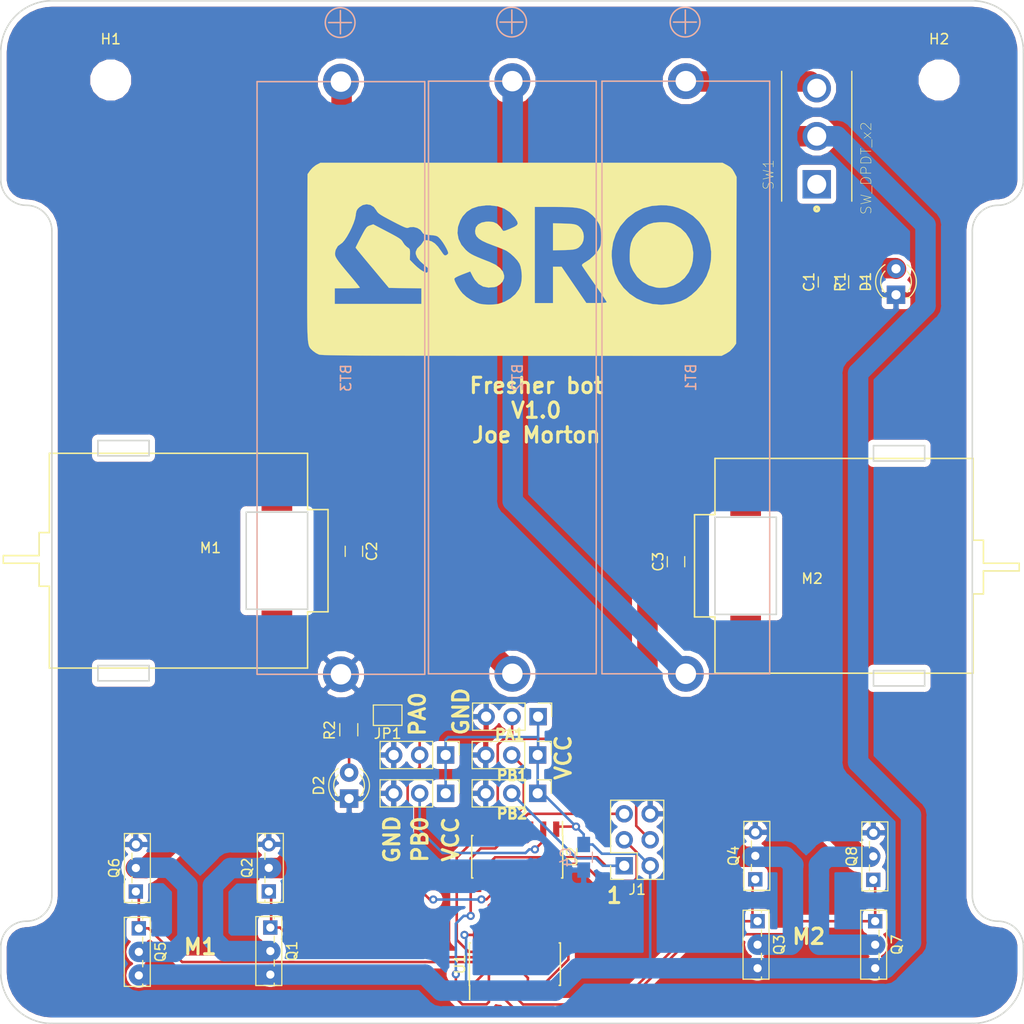
<source format=kicad_pcb>
(kicad_pcb (version 20171130) (host pcbnew "(5.0.2)-1")
  (layers (0 F.Cu signal) (31 B.Cu signal) (34 B.Paste user) (35 F.Paste user) (36 B.SilkS user) (37 F.SilkS user) (38 B.Mask user) (39 F.Mask user) (44 Edge.Cuts user))
  (net 0 "")
  (net 1 VCC)
  (net 2 GND)
  (net 3 "Net-(C2-Pad2)")
  (net 4 "Net-(C2-Pad1)")
  (net 5 "Net-(C3-Pad2)")
  (net 6 "Net-(C3-Pad1)")
  (net 7 "Net-(D1-Pad2)")
  (net 8 RESET)
  (net 9 M2PWM)
  (net 10 M1A)
  (net 11 M1PWM)
  (net 12 PB0)
  (net 13 PB1)
  (net 14 "Net-(Q1-Pad1)")
  (net 15 "Net-(Q3-Pad1)")
  (net 16 "Net-(Q5-Pad1)")
  (net 17 "Net-(Q7-Pad1)")
  (net 18 "Net-(BT1-Pad1)")
  (net 19 M2A)
  (net 20 M1B)
  (net 21 M2B)
  (net 22 "Net-(BT1-Pad2)")
  (net 23 "Net-(BT2-Pad2)")
  (net 24 "Net-(D2-Pad2)")
  (net 25 MOSI)
  (net 26 MISO)
  (net 27 "Net-(JP1-Pad2)")
  (net 28 PA4)
  (module MotorMounts:SMDmotorMount (layer F.Cu) (at 84.836 70)
    (fp_text reference M2 (at 9.5 1.5) (layer F.SilkS))
    (fp_text value Motor_DC)
    (fp_line (start 20.5 12) (end 20.5 10.5) (layer Edge.Cuts) (width 0.15))
    (fp_line (start 15.5 10.5) (end 15.5 12) (layer Edge.Cuts) (width 0.15))
    (fp_line (start 20.5 10.5) (end 15.5 10.5) (layer Edge.Cuts) (width 0.15))
    (fp_line (start 15.5 12) (end 20.5 12) (layer Edge.Cuts) (width 0.15))
    (fp_line (start 15.5 -11.5) (end 15.5 -10) (layer Edge.Cuts) (width 0.15))
    (fp_line (start 20.5 -11.5) (end 15.5 -11.5) (layer Edge.Cuts) (width 0.15))
    (fp_line (start 20.5 -10) (end 20.5 -11.5) (layer Edge.Cuts) (width 0.15))
    (fp_line (start 15.5 -10) (end 20.5 -10) (layer Edge.Cuts) (width 0.15))
    (fp_line (start 6 5) (end 0 5) (layer Edge.Cuts) (width 0.15))
    (fp_line (start 6 -4.5) (end 6 5) (layer Edge.Cuts) (width 0.15))
    (fp_line (start 0 -4.5) (end 6 -4.5) (layer Edge.Cuts) (width 0.15))
    (fp_line (start 0 5) (end 0 -4.5) (layer Edge.Cuts) (width 0.15))
    (pad 2 smd rect (at 3 -7) (size 3 4.75) (layers F.Cu F.Paste F.Mask) (net 5 "Net-(C3-Pad2)"))
    (pad 1 smd rect (at 3 7.5) (size 3 4.75) (layers F.Cu F.Paste F.Mask) (net 6 "Net-(C3-Pad1)"))
  )
  (module Mounting_Holes:MountingHole_3mm (layer F.Cu) (at 106.75 22.75)
    (fp_text reference H2 (at 0 -4) (layer F.SilkS))
    (fp_text value MountingHole)
    (pad 1 np_thru_hole circle (at 0 0) (size 3 3) (drill 3) (layers *.Cu *.Mask))
  )
  (module A101SYCQ04:TE_A101SYCQ04 (layer F.Cu) (at 94.786 28.246 90)
    (fp_text reference SW1 (at -3.75684 -4.71444 90) (layer F.SilkS) (effects (font (size 1.00001 1.00001) (thickness 0.05))))
    (fp_text value SW_DPDT_x2 (at -3.12902 4.83747 90) (layer F.SilkS) (effects (font (size 1.00014 1.00014) (thickness 0.05))))
    (pad 1 thru_hole rect (at -4.699 0 180) (size 2.7813 2.7813) (drill 1.8542) (layers *.Cu *.Mask))
    (pad 2 thru_hole circle (at 0 0 180) (size 2.7813 2.7813) (drill 1.8542) (layers *.Cu *.Mask) (net 1 VCC))
    (pad 3 thru_hole circle (at 4.699 0 180) (size 2.7813 2.7813) (drill 1.8542) (layers *.Cu *.Mask) (net 18 "Net-(BT1-Pad1)"))
  )
  (module Capacitors_SMD:C_0805_HandSoldering (layer F.Cu) (at 95.786 42.496 90)
    (fp_text reference C1 (at 0 -1.75 90) (layer F.SilkS))
    (fp_text value C)
    (pad 1 smd rect (at -1.25 0 90) (size 1.5 1.25) (layers F.Cu F.Paste F.Mask) (net 1 VCC))
    (pad 2 smd rect (at 1.25 0 90) (size 1.5 1.25) (layers F.Cu F.Paste F.Mask) (net 2 GND))
  )
  (module Capacitors_SMD:C_0805_HandSoldering (layer F.Cu) (at 49.53 68.834 270)
    (fp_text reference C2 (at 0 -1.75 270) (layer F.SilkS))
    (fp_text value C)
    (pad 2 smd rect (at 1.25 0 270) (size 1.5 1.25) (layers F.Cu F.Paste F.Mask) (net 3 "Net-(C2-Pad2)"))
    (pad 1 smd rect (at -1.25 0 270) (size 1.5 1.25) (layers F.Cu F.Paste F.Mask) (net 4 "Net-(C2-Pad1)"))
  )
  (module Capacitors_SMD:C_0805_HandSoldering (layer F.Cu) (at 81.026 69.85 90)
    (fp_text reference C3 (at 0 -1.75 90) (layer F.SilkS))
    (fp_text value C)
    (pad 2 smd rect (at 1.25 0 90) (size 1.5 1.25) (layers F.Cu F.Paste F.Mask) (net 5 "Net-(C3-Pad2)"))
    (pad 1 smd rect (at -1.25 0 90) (size 1.5 1.25) (layers F.Cu F.Paste F.Mask) (net 6 "Net-(C3-Pad1)"))
  )
  (module Capacitors_SMD:C_0805_HandSoldering (layer B.Cu) (at 72 98.75 270)
    (fp_text reference C4 (at 0 1.75 270) (layer B.SilkS) (effects (justify mirror)))
    (fp_text value C)
    (pad 1 smd rect (at -1.25 0 270) (size 1.5 1.25) (layers B.Cu B.Paste B.Mask) (net 1 VCC))
    (pad 2 smd rect (at 1.25 0 270) (size 1.5 1.25) (layers B.Cu B.Paste B.Mask) (net 2 GND))
  )
  (module LEDs:LED_D3.0mm (layer F.Cu) (at 102.536 43.746 90)
    (fp_text reference D1 (at 1.27 -2.96 90) (layer F.SilkS))
    (fp_text value LED)
    (pad 2 thru_hole circle (at 2.54 0 90) (size 1.8 1.8) (drill 0.9) (layers *.Cu *.Mask) (net 7 "Net-(D1-Pad2)"))
    (pad 1 thru_hole rect (at 0 0 90) (size 1.8 1.8) (drill 0.9) (layers *.Cu *.Mask) (net 2 GND))
  )
  (module Socket_Strips:Socket_Strip_Straight_2x03_Pitch2.54mm (layer F.Cu) (at 75.96 99.58 180)
    (fp_text reference J1 (at -1.27 -2.33 180) (layer F.SilkS))
    (fp_text value Conn_02x03_Odd_Even)
    (pad 6 thru_hole oval (at -2.54 5.08 180) (size 1.7 1.7) (drill 1) (layers *.Cu *.Mask) (net 2 GND))
    (pad 5 thru_hole oval (at 0 5.08 180) (size 1.7 1.7) (drill 1) (layers *.Cu *.Mask) (net 8 RESET))
    (pad 4 thru_hole oval (at -2.54 2.54 180) (size 1.7 1.7) (drill 1) (layers *.Cu *.Mask) (net 25 MOSI))
    (pad 3 thru_hole oval (at 0 2.54 180) (size 1.7 1.7) (drill 1) (layers *.Cu *.Mask) (net 28 PA4))
    (pad 2 thru_hole oval (at -2.54 0 180) (size 1.7 1.7) (drill 1) (layers *.Cu *.Mask) (net 1 VCC))
    (pad 1 thru_hole rect (at 0 0 180) (size 1.7 1.7) (drill 1) (layers *.Cu *.Mask) (net 26 MISO))
  )
  (module Socket_Strips:Socket_Strip_Straight_1x03_Pitch2.54mm (layer F.Cu) (at 58.5 92.5 270)
    (fp_text reference J2 hide)
    (fp_text value Conn_01x03)
    (pad 1 thru_hole rect (at 0 0 270) (size 1.7 1.7) (drill 1) (layers *.Cu *.Mask) (net 1 VCC))
    (pad 2 thru_hole oval (at 0 2.54 270) (size 1.7 1.7) (drill 1) (layers *.Cu *.Mask) (net 12 PB0))
    (pad 3 thru_hole oval (at 0 5.08 270) (size 1.7 1.7) (drill 1) (layers *.Cu *.Mask) (net 2 GND))
  )
  (module Socket_Strips:Socket_Strip_Straight_1x03_Pitch2.54mm (layer F.Cu) (at 58.5 88.75 270)
    (fp_text reference J3 hide)
    (fp_text value Conn_01x03)
    (pad 3 thru_hole oval (at 0 5.08 270) (size 1.7 1.7) (drill 1) (layers *.Cu *.Mask) (net 2 GND))
    (pad 2 thru_hole oval (at 0 2.54 270) (size 1.7 1.7) (drill 1) (layers *.Cu *.Mask) (net 28 PA4))
    (pad 1 thru_hole rect (at 0 0 270) (size 1.7 1.7) (drill 1) (layers *.Cu *.Mask) (net 1 VCC))
  )
  (module Socket_Strips:Socket_Strip_Straight_1x03_Pitch2.54mm (layer F.Cu) (at 67.54 85 270)
    (fp_text reference J4 hide)
    (fp_text value Conn_01x03)
    (pad 1 thru_hole rect (at 0 0 270) (size 1.7 1.7) (drill 1) (layers *.Cu *.Mask) (net 1 VCC))
    (pad 2 thru_hole oval (at 0 2.54 270) (size 1.7 1.7) (drill 1) (layers *.Cu *.Mask) (net 25 MOSI))
    (pad 3 thru_hole oval (at 0 5.08 270) (size 1.7 1.7) (drill 1) (layers *.Cu *.Mask) (net 2 GND))
  )
  (module Socket_Strips:Socket_Strip_Straight_1x03_Pitch2.54mm (layer F.Cu) (at 67.5 88.75 270)
    (fp_text reference J5 hide)
    (fp_text value Conn_01x03)
    (pad 3 thru_hole oval (at 0 5.08 270) (size 1.7 1.7) (drill 1) (layers *.Cu *.Mask) (net 2 GND))
    (pad 2 thru_hole oval (at 0 2.54 270) (size 1.7 1.7) (drill 1) (layers *.Cu *.Mask) (net 13 PB1))
    (pad 1 thru_hole rect (at 0 0 270) (size 1.7 1.7) (drill 1) (layers *.Cu *.Mask) (net 1 VCC))
  )
  (module Socket_Strips:Socket_Strip_Straight_1x03_Pitch2.54mm (layer F.Cu) (at 67.5 92.5 270)
    (fp_text reference J6 hide)
    (fp_text value Conn_01x03)
    (pad 3 thru_hole oval (at 0 5.08 270) (size 1.7 1.7) (drill 1) (layers *.Cu *.Mask) (net 2 GND))
    (pad 2 thru_hole oval (at 0 2.54 270) (size 1.7 1.7) (drill 1) (layers *.Cu *.Mask) (net 26 MISO))
    (pad 1 thru_hole rect (at 0 0 270) (size 1.7 1.7) (drill 1) (layers *.Cu *.Mask) (net 1 VCC))
  )
  (module Resistors_SMD:R_0805_HandSoldering (layer F.Cu) (at 98.786 42.496 90)
    (fp_text reference R1 (at 0 -1.7 90) (layer F.SilkS))
    (fp_text value R)
    (pad 2 smd rect (at 1.35 0 90) (size 1.5 1.3) (layers F.Cu F.Paste F.Mask) (net 7 "Net-(D1-Pad2)"))
    (pad 1 smd rect (at -1.35 0 90) (size 1.5 1.3) (layers F.Cu F.Paste F.Mask) (net 1 VCC))
  )
  (module Housings_SOIC:SOIC-14_3.9x8.7mm_Pitch1.27mm (layer F.Cu) (at 65.27 109.2 90)
    (fp_text reference U1 (at 0 -5.375 90) (layer F.SilkS))
    (fp_text value 4081)
    (pad 14 smd rect (at 2.7 -3.81 90) (size 1.5 0.6) (layers F.Cu F.Paste F.Mask) (net 1 VCC))
    (pad 13 smd rect (at 2.7 -2.54 90) (size 1.5 0.6) (layers F.Cu F.Paste F.Mask) (net 10 M1A))
    (pad 12 smd rect (at 2.7 -1.27 90) (size 1.5 0.6) (layers F.Cu F.Paste F.Mask) (net 11 M1PWM))
    (pad 11 smd rect (at 2.7 0 90) (size 1.5 0.6) (layers F.Cu F.Paste F.Mask) (net 14 "Net-(Q1-Pad1)"))
    (pad 10 smd rect (at 2.7 1.27 90) (size 1.5 0.6) (layers F.Cu F.Paste F.Mask) (net 16 "Net-(Q5-Pad1)"))
    (pad 9 smd rect (at 2.7 2.54 90) (size 1.5 0.6) (layers F.Cu F.Paste F.Mask) (net 11 M1PWM))
    (pad 8 smd rect (at 2.7 3.81 90) (size 1.5 0.6) (layers F.Cu F.Paste F.Mask) (net 20 M1B))
    (pad 7 smd rect (at -2.7 3.81 90) (size 1.5 0.6) (layers F.Cu F.Paste F.Mask) (net 2 GND))
    (pad 6 smd rect (at -2.7 2.54 90) (size 1.5 0.6) (layers F.Cu F.Paste F.Mask) (net 19 M2A))
    (pad 5 smd rect (at -2.7 1.27 90) (size 1.5 0.6) (layers F.Cu F.Paste F.Mask) (net 9 M2PWM))
    (pad 4 smd rect (at -2.7 0 90) (size 1.5 0.6) (layers F.Cu F.Paste F.Mask) (net 15 "Net-(Q3-Pad1)"))
    (pad 3 smd rect (at -2.7 -1.27 90) (size 1.5 0.6) (layers F.Cu F.Paste F.Mask) (net 17 "Net-(Q7-Pad1)"))
    (pad 2 smd rect (at -2.7 -2.54 90) (size 1.5 0.6) (layers F.Cu F.Paste F.Mask) (net 9 M2PWM))
    (pad 1 smd rect (at -2.7 -3.81 90) (size 1.5 0.6) (layers F.Cu F.Paste F.Mask) (net 21 M2B))
  )
  (module "AA battery holder:AA battery holder" (layer B.Cu) (at 81.985992 51.835 270)
    (fp_text reference BT1 (at 0 -0.5 270) (layer B.SilkS) (effects (justify mirror)))
    (fp_text value Battery_Cell)
    (pad 1 thru_hole circle (at -28.975 0 270) (size 3.5 3.5) (drill 2) (layers *.Cu *.Mask) (net 18 "Net-(BT1-Pad1)"))
    (pad 2 thru_hole circle (at 28.975 0 270) (size 3.5 3.5) (drill 2) (layers *.Cu *.Mask) (net 22 "Net-(BT1-Pad2)"))
  )
  (module "AA battery holder:AA battery holder" (layer B.Cu) (at 65.024 51.835 270)
    (fp_text reference BT2 (at 0 -0.5 270) (layer B.SilkS) (effects (justify mirror)))
    (fp_text value Battery_Cell)
    (pad 2 thru_hole circle (at 28.975 0 270) (size 3.5 3.5) (drill 2) (layers *.Cu *.Mask) (net 23 "Net-(BT2-Pad2)"))
    (pad 1 thru_hole circle (at -28.975 0 270) (size 3.5 3.5) (drill 2) (layers *.Cu *.Mask) (net 22 "Net-(BT1-Pad2)"))
  )
  (module "AA battery holder:AA battery holder" (layer B.Cu) (at 48.26 51.882229 270)
    (fp_text reference BT3 (at 0 -0.5 270) (layer B.SilkS) (effects (justify mirror)))
    (fp_text value Battery_Cell)
    (pad 1 thru_hole circle (at -28.975 0 270) (size 3.5 3.5) (drill 2) (layers *.Cu *.Mask) (net 23 "Net-(BT2-Pad2)"))
    (pad 2 thru_hole circle (at 28.975 0 270) (size 3.5 3.5) (drill 2) (layers *.Cu *.Mask) (net 2 GND))
  )
  (module Housings_SOIC:SOIC-14_3.9x8.7mm_Pitch1.27mm (layer F.Cu) (at 65.5 98.7 270)
    (fp_text reference U2 (at 0 -5.375 270) (layer F.SilkS))
    (fp_text value ATtiny24-20SSU)
    (pad 14 smd rect (at 2.7 -3.81 270) (size 1.5 0.6) (layers F.Cu F.Paste F.Mask) (net 2 GND))
    (pad 13 smd rect (at 2.7 -2.54 270) (size 1.5 0.6) (layers F.Cu F.Paste F.Mask) (net 10 M1A))
    (pad 12 smd rect (at 2.7 -1.27 270) (size 1.5 0.6) (layers F.Cu F.Paste F.Mask) (net 19 M2A))
    (pad 11 smd rect (at 2.7 0 270) (size 1.5 0.6) (layers F.Cu F.Paste F.Mask) (net 21 M2B))
    (pad 10 smd rect (at 2.7 1.27 270) (size 1.5 0.6) (layers F.Cu F.Paste F.Mask) (net 20 M1B))
    (pad 9 smd rect (at 2.7 2.54 270) (size 1.5 0.6) (layers F.Cu F.Paste F.Mask) (net 28 PA4))
    (pad 8 smd rect (at 2.7 3.81 270) (size 1.5 0.6) (layers F.Cu F.Paste F.Mask) (net 26 MISO))
    (pad 7 smd rect (at -2.7 3.81 270) (size 1.5 0.6) (layers F.Cu F.Paste F.Mask) (net 25 MOSI))
    (pad 6 smd rect (at -2.7 2.54 270) (size 1.5 0.6) (layers F.Cu F.Paste F.Mask) (net 11 M1PWM))
    (pad 5 smd rect (at -2.7 1.27 270) (size 1.5 0.6) (layers F.Cu F.Paste F.Mask) (net 9 M2PWM))
    (pad 4 smd rect (at -2.7 0 270) (size 1.5 0.6) (layers F.Cu F.Paste F.Mask) (net 8 RESET))
    (pad 3 smd rect (at -2.7 -1.27 270) (size 1.5 0.6) (layers F.Cu F.Paste F.Mask) (net 13 PB1))
    (pad 2 smd rect (at -2.7 -2.54 270) (size 1.5 0.6) (layers F.Cu F.Paste F.Mask) (net 12 PB0))
    (pad 1 smd rect (at -2.7 -3.81 270) (size 1.5 0.6) (layers F.Cu F.Paste F.Mask) (net 1 VCC))
  )
  (module TO_SOT_Packages_THT:TO-251_IPAK_Vertical (layer F.Cu) (at 41.36 105.62 270)
    (fp_text reference Q1 (at 2.3 -2.12 270) (layer F.SilkS))
    (fp_text value Q_PMOS_GDS)
    (pad 3 thru_hole oval (at 4.6 0 270) (size 1.4 1.4) (drill 0.8) (layers *.Cu *.Mask) (net 1 VCC))
    (pad 2 thru_hole oval (at 2.3 0 270) (size 1.4 1.4) (drill 0.8) (layers *.Cu *.Mask) (net 3 "Net-(C2-Pad2)"))
    (pad 1 thru_hole rect (at 0 0 270) (size 1.4 1.4) (drill 0.8) (layers *.Cu *.Mask) (net 14 "Net-(Q1-Pad1)"))
  )
  (module TO_SOT_Packages_THT:TO-251_IPAK_Vertical (layer F.Cu) (at 41.21 102.09 90)
    (fp_text reference Q2 (at 2.3 -2.12 90) (layer F.SilkS))
    (fp_text value Q_NMOS_GDS)
    (pad 3 thru_hole oval (at 4.6 0 90) (size 1.4 1.4) (drill 0.8) (layers *.Cu *.Mask) (net 2 GND))
    (pad 2 thru_hole oval (at 2.3 0 90) (size 1.4 1.4) (drill 0.8) (layers *.Cu *.Mask) (net 3 "Net-(C2-Pad2)"))
    (pad 1 thru_hole rect (at 0 0 90) (size 1.4 1.4) (drill 0.8) (layers *.Cu *.Mask) (net 14 "Net-(Q1-Pad1)"))
  )
  (module TO_SOT_Packages_THT:TO-251_IPAK_Vertical (layer F.Cu) (at 89 105 270)
    (fp_text reference Q3 (at 2.3 -2.12 270) (layer F.SilkS))
    (fp_text value Q_PMOS_GDS)
    (pad 1 thru_hole rect (at 0 0 270) (size 1.4 1.4) (drill 0.8) (layers *.Cu *.Mask) (net 15 "Net-(Q3-Pad1)"))
    (pad 2 thru_hole oval (at 2.3 0 270) (size 1.4 1.4) (drill 0.8) (layers *.Cu *.Mask) (net 5 "Net-(C3-Pad2)"))
    (pad 3 thru_hole oval (at 4.6 0 270) (size 1.4 1.4) (drill 0.8) (layers *.Cu *.Mask) (net 1 VCC))
  )
  (module TO_SOT_Packages_THT:TO-251_IPAK_Vertical (layer F.Cu) (at 88.78 100.91 90)
    (fp_text reference Q4 (at 2.3 -2.12 90) (layer F.SilkS))
    (fp_text value Q_NMOS_GDS)
    (pad 1 thru_hole rect (at 0 0 90) (size 1.4 1.4) (drill 0.8) (layers *.Cu *.Mask) (net 15 "Net-(Q3-Pad1)"))
    (pad 2 thru_hole oval (at 2.3 0 90) (size 1.4 1.4) (drill 0.8) (layers *.Cu *.Mask) (net 5 "Net-(C3-Pad2)"))
    (pad 3 thru_hole oval (at 4.6 0 90) (size 1.4 1.4) (drill 0.8) (layers *.Cu *.Mask) (net 2 GND))
  )
  (module TO_SOT_Packages_THT:TO-251_IPAK_Vertical (layer F.Cu) (at 28.5 105.7 270)
    (fp_text reference Q5 (at 2.3 -2.12 270) (layer F.SilkS))
    (fp_text value Q_PMOS_GDS)
    (pad 3 thru_hole oval (at 4.6 0 270) (size 1.4 1.4) (drill 0.8) (layers *.Cu *.Mask) (net 1 VCC))
    (pad 2 thru_hole oval (at 2.3 0 270) (size 1.4 1.4) (drill 0.8) (layers *.Cu *.Mask) (net 4 "Net-(C2-Pad1)"))
    (pad 1 thru_hole rect (at 0 0 270) (size 1.4 1.4) (drill 0.8) (layers *.Cu *.Mask) (net 16 "Net-(Q5-Pad1)"))
  )
  (module TO_SOT_Packages_THT:TO-251_IPAK_Vertical (layer F.Cu) (at 28.21 102.1 90)
    (fp_text reference Q6 (at 2.3 -2.12 90) (layer F.SilkS))
    (fp_text value Q_NMOS_GDS)
    (pad 1 thru_hole rect (at 0 0 90) (size 1.4 1.4) (drill 0.8) (layers *.Cu *.Mask) (net 16 "Net-(Q5-Pad1)"))
    (pad 2 thru_hole oval (at 2.3 0 90) (size 1.4 1.4) (drill 0.8) (layers *.Cu *.Mask) (net 4 "Net-(C2-Pad1)"))
    (pad 3 thru_hole oval (at 4.6 0 90) (size 1.4 1.4) (drill 0.8) (layers *.Cu *.Mask) (net 2 GND))
  )
  (module TO_SOT_Packages_THT:TO-251_IPAK_Vertical (layer F.Cu) (at 100.5 105 270)
    (fp_text reference Q7 (at 2.3 -2.12 270) (layer F.SilkS))
    (fp_text value Q_PMOS_GDS)
    (pad 1 thru_hole rect (at 0 0 270) (size 1.4 1.4) (drill 0.8) (layers *.Cu *.Mask) (net 17 "Net-(Q7-Pad1)"))
    (pad 2 thru_hole oval (at 2.3 0 270) (size 1.4 1.4) (drill 0.8) (layers *.Cu *.Mask) (net 6 "Net-(C3-Pad1)"))
    (pad 3 thru_hole oval (at 4.6 0 270) (size 1.4 1.4) (drill 0.8) (layers *.Cu *.Mask) (net 1 VCC))
  )
  (module TO_SOT_Packages_THT:TO-251_IPAK_Vertical (layer F.Cu) (at 100.32 100.96 90)
    (fp_text reference Q8 (at 2.3 -2.12 90) (layer F.SilkS))
    (fp_text value Q_NMOS_GDS)
    (pad 3 thru_hole oval (at 4.6 0 90) (size 1.4 1.4) (drill 0.8) (layers *.Cu *.Mask) (net 2 GND))
    (pad 2 thru_hole oval (at 2.3 0 90) (size 1.4 1.4) (drill 0.8) (layers *.Cu *.Mask) (net 6 "Net-(C3-Pad1)"))
    (pad 1 thru_hole rect (at 0 0 90) (size 1.4 1.4) (drill 0.8) (layers *.Cu *.Mask) (net 17 "Net-(Q7-Pad1)"))
  )
  (module Mounting_Holes:MountingHole_3mm (layer F.Cu) (at 25.75 22.75)
    (fp_text reference H1 (at 0 -4) (layer F.SilkS))
    (fp_text value MountingHole)
    (pad 1 np_thru_hole circle (at 0 0) (size 3 3) (drill 3) (layers *.Cu *.Mask))
  )
  (module MotorMounts:SMDmotorMount (layer F.Cu) (at 45 70 180)
    (fp_text reference M1 (at 9.5 1.5 180) (layer F.SilkS))
    (fp_text value Motor_DC)
    (fp_line (start 0 5) (end 0 -4.5) (layer Edge.Cuts) (width 0.15))
    (fp_line (start 0 -4.5) (end 6 -4.5) (layer Edge.Cuts) (width 0.15))
    (fp_line (start 6 -4.5) (end 6 5) (layer Edge.Cuts) (width 0.15))
    (fp_line (start 6 5) (end 0 5) (layer Edge.Cuts) (width 0.15))
    (fp_line (start 15.5 -10) (end 20.5 -10) (layer Edge.Cuts) (width 0.15))
    (fp_line (start 20.5 -10) (end 20.5 -11.5) (layer Edge.Cuts) (width 0.15))
    (fp_line (start 20.5 -11.5) (end 15.5 -11.5) (layer Edge.Cuts) (width 0.15))
    (fp_line (start 15.5 -11.5) (end 15.5 -10) (layer Edge.Cuts) (width 0.15))
    (fp_line (start 15.5 12) (end 20.5 12) (layer Edge.Cuts) (width 0.15))
    (fp_line (start 20.5 10.5) (end 15.5 10.5) (layer Edge.Cuts) (width 0.15))
    (fp_line (start 15.5 10.5) (end 15.5 12) (layer Edge.Cuts) (width 0.15))
    (fp_line (start 20.5 12) (end 20.5 10.5) (layer Edge.Cuts) (width 0.15))
    (pad 1 smd rect (at 3 7.5 180) (size 3 4.75) (layers F.Cu F.Paste F.Mask) (net 4 "Net-(C2-Pad1)"))
    (pad 2 smd rect (at 3 -7 180) (size 3 4.75) (layers F.Cu F.Paste F.Mask) (net 3 "Net-(C2-Pad2)"))
  )
  (module LEDs:LED_D3.0mm (layer F.Cu) (at 49.06 93.01 90)
    (fp_text reference D2 (at 1.27 -2.96 90) (layer F.SilkS))
    (fp_text value LED)
    (pad 2 thru_hole circle (at 2.54 0 90) (size 1.8 1.8) (drill 0.9) (layers *.Cu *.Mask) (net 24 "Net-(D2-Pad2)"))
    (pad 1 thru_hole rect (at 0 0 90) (size 1.8 1.8) (drill 0.9) (layers *.Cu *.Mask) (net 2 GND))
  )
  (module "jumper footprints:SolderJumper-2_P1.3mm_Open_TrianglePad1.0x1.5mm" (layer F.Cu) (at 52.83 84.86 180)
    (fp_text reference JP1 (at 0 -1.8 180) (layer F.SilkS))
    (fp_text value Jumper)
    (pad 2 smd custom (at 0.725 0 180) (size 0.3 0.3) (layers F.Cu F.Mask) (net 27 "Net-(JP1-Pad2)") (options (clearance outline) (anchor rect)) (primitives (gr_poly (pts (xy -0.65 -0.75) (xy 0.5 -0.75) (xy 0.5 0.75) (xy -0.65 0.75) (xy -0.15 0)) (width 0))))
    (pad 1 smd custom (at -0.725 0 180) (size 0.3 0.3) (layers F.Cu F.Mask) (net 28 PA4) (options (clearance outline) (anchor rect)) (primitives (gr_poly (pts (xy -0.5 -0.75) (xy 0.5 -0.75) (xy 1 0) (xy 0.5 0.75) (xy -0.5 0.75)) (width 0))))
  )
  (module Resistors_SMD:R_0805_HandSoldering (layer F.Cu) (at 49.03 86.28 270)
    (fp_text reference R2 (at 0.05 1.87 270) (layer F.SilkS))
    (fp_text value R)
    (pad 2 smd rect (at 1.35 0 270) (size 1.5 1.3) (layers F.Cu F.Paste F.Mask) (net 24 "Net-(D2-Pad2)"))
    (pad 1 smd rect (at -1.35 0 270) (size 1.5 1.3) (layers F.Cu F.Paste F.Mask) (net 27 "Net-(JP1-Pad2)"))
  )
  (module SRO_logo:logoV4 (layer F.Cu) (at 65.95 40.24)
    (fp_text reference G*** hide)
    (fp_text value LOGO hide)
  )
  (gr_line (start 15 32.5) (end 15 20) (layer Edge.Cuts) (width 0.15))
  (gr_line (start 20 102.5) (end 20 37.5) (layer Edge.Cuts) (width 0.15))
  (gr_line (start 15 110) (end 15 107.5) (layer Edge.Cuts) (width 0.15))
  (gr_line (start 110 115) (end 20 115) (layer Edge.Cuts) (width 0.15))
  (gr_line (start 115 107.5) (end 115 110) (layer Edge.Cuts) (width 0.15))
  (gr_line (start 110 37.5) (end 110 102.5) (layer Edge.Cuts) (width 0.15))
  (gr_line (start 115 20) (end 115 32.5) (layer Edge.Cuts) (width 0.15))
  (gr_line (start 20 15) (end 110 15) (layer Edge.Cuts) (width 0.15))
  (gr_arc (start 110 20) (end 115 20) (angle -90) (layer Edge.Cuts) (width 0.15))
  (gr_arc (start 112.5 32.5) (end 112.5 35) (angle -90) (layer Edge.Cuts) (width 0.15))
  (gr_arc (start 112.5 37.5) (end 112.5 35) (angle -90) (layer Edge.Cuts) (width 0.15))
  (gr_arc (start 112.5 102.5) (end 110 102.5) (angle -90) (layer Edge.Cuts) (width 0.15))
  (gr_arc (start 112.5 107.5) (end 115 107.5) (angle -90) (layer Edge.Cuts) (width 0.15))
  (gr_arc (start 110 110) (end 110 115) (angle -90) (layer Edge.Cuts) (width 0.15))
  (gr_arc (start 20 110) (end 15 110) (angle -90) (layer Edge.Cuts) (width 0.15))
  (gr_arc (start 17.5 107.5) (end 17.5 105) (angle -90) (layer Edge.Cuts) (width 0.15))
  (gr_arc (start 17.5 102.5) (end 17.5 105) (angle -90) (layer Edge.Cuts) (width 0.15))
  (gr_arc (start 17.5 37.5) (end 20 37.5) (angle -90) (layer Edge.Cuts) (width 0.15))
  (gr_arc (start 17.5 32.5) (end 15 32.5) (angle -90) (layer Edge.Cuts) (width 0.15))
  (gr_arc (start 20 20) (end 20 15) (angle -90) (layer Edge.Cuts) (width 0.15))
  (gr_text "Fresher bot\nV1.0\nJoe Morton" (at 67.36 55.05) (layer F.SilkS) (effects (font (size 1.5 1.5) (thickness 0.3))))
  (gr_text 1 (at 75 102.5) (layer F.SilkS) (effects (font (size 1.5 1.5) (thickness 0.3))))
  (gr_text PB1 (at 65 90.75) (layer F.SilkS) (effects (font (size 1 1) (thickness 0.25))))
  (gr_text "PB2\n" (at 65 94.5) (layer F.SilkS) (effects (font (size 1 1) (thickness 0.25))))
  (gr_text PA1 (at 64.75 86.75) (layer F.SilkS) (effects (font (size 1 1) (thickness 0.25))))
  (gr_text PB0 (at 56 97 90) (layer F.SilkS) (effects (font (size 1.5 1.5) (thickness 0.3))))
  (gr_text "PA0\n" (at 55.75 84.75 90) (layer F.SilkS) (effects (font (size 1.5 1.5) (thickness 0.3))))
  (gr_text "VCC\n" (at 59 97 90) (layer F.SilkS) (effects (font (size 1.5 1.5) (thickness 0.3))))
  (gr_text "GND\n" (at 53.25 97 90) (layer F.SilkS) (effects (font (size 1.5 1.5) (thickness 0.3))))
  (gr_text "GND\n" (at 60 84.5 90) (layer F.SilkS) (effects (font (size 1.5 1.5) (thickness 0.3))))
  (gr_text "VCC\n" (at 70 89 90) (layer F.SilkS) (effects (font (size 1.5 1.5) (thickness 0.3))))
  (gr_text M1 (at 34.5 107.5) (layer F.SilkS) (effects (font (size 1.5 1.5) (thickness 0.3))))
  (gr_text "M2\n" (at 94 106.5) (layer F.SilkS) (effects (font (size 1.5 1.5) (thickness 0.3))))
  (segment (start 91.286 43.746) (end 95.786 43.746) (width 2) (layer F.Cu) (net 1))
  (segment (start 89.536 41.996) (end 91.286 43.746) (width 2) (layer F.Cu) (net 1))
  (segment (start 98.686 43.746) (end 98.786 43.846) (width 2) (layer F.Cu) (net 1))
  (segment (start 95.786 43.746) (end 98.686 43.746) (width 2) (layer F.Cu) (net 1))
  (via (at 71.25 95.75) (size 0.8) (drill 0.4) (layers F.Cu B.Cu) (net 1))
  (segment (start 72 97.5) (end 72 96.5) (width 0.25) (layer B.Cu) (net 1))
  (segment (start 72 96.5) (end 71.25 95.75) (width 0.25) (layer B.Cu) (net 1))
  (segment (start 69.56 95.75) (end 69.31 96) (width 0.25) (layer F.Cu) (net 1))
  (segment (start 71.25 95.75) (end 69.56 95.75) (width 0.25) (layer F.Cu) (net 1))
  (segment (start 68 92.5) (end 67.5 92.5) (width 0.25) (layer B.Cu) (net 1))
  (segment (start 71.25 95.75) (end 68 92.5) (width 0.25) (layer B.Cu) (net 1))
  (segment (start 67.5 92.5) (end 67.5 88.75) (width 0.25) (layer B.Cu) (net 1))
  (segment (start 67.54 88.71) (end 67.5 88.75) (width 0.25) (layer B.Cu) (net 1))
  (segment (start 58.5 92.5) (end 58.5 88.75) (width 0.25) (layer B.Cu) (net 1))
  (segment (start 77.650001 98.730001) (end 78.5 99.58) (width 0.25) (layer B.Cu) (net 1))
  (segment (start 77.324999 98.404999) (end 77.650001 98.730001) (width 0.25) (layer B.Cu) (net 1))
  (segment (start 73.779999 98.404999) (end 77.324999 98.404999) (width 0.25) (layer B.Cu) (net 1))
  (segment (start 72.875 97.5) (end 73.779999 98.404999) (width 0.25) (layer B.Cu) (net 1))
  (segment (start 72 97.5) (end 72.875 97.5) (width 0.25) (layer B.Cu) (net 1))
  (segment (start 88.52 109.6) (end 89.75 109.6) (width 2) (layer B.Cu) (net 1))
  (segment (start 100.5 109.6) (end 89.75 109.6) (width 1) (layer B.Cu) (net 1))
  (segment (start 89.75 109.6) (end 89 109.6) (width 1) (layer B.Cu) (net 1))
  (segment (start 89 109.6) (end 100.5 109.6) (width 2) (layer B.Cu) (net 1))
  (segment (start 89 109.6) (end 78.25 109.6) (width 2) (layer B.Cu) (net 1))
  (segment (start 78.25 109.6) (end 71.4 109.6) (width 2) (layer B.Cu) (net 1))
  (segment (start 78.5 109.35) (end 78.25 109.6) (width 0.25) (layer B.Cu) (net 1))
  (segment (start 78.5 99.58) (end 78.5 109.35) (width 0.25) (layer B.Cu) (net 1))
  (segment (start 67.54 87) (end 67.54 88.71) (width 0.25) (layer B.Cu) (net 1))
  (segment (start 67.54 85) (end 67.54 87) (width 0.25) (layer B.Cu) (net 1))
  (segment (start 58.5 87.25) (end 58.5 88.75) (width 0.25) (layer B.Cu) (net 1))
  (segment (start 67.54 87) (end 58.75 87) (width 0.25) (layer B.Cu) (net 1))
  (segment (start 58.75 87) (end 58.5 87.25) (width 0.25) (layer B.Cu) (net 1))
  (segment (start 94.786 28.246) (end 90.786 28.246) (width 2) (layer F.Cu) (net 1))
  (segment (start 89.536 29.496) (end 89.536 41.996) (width 2) (layer F.Cu) (net 1))
  (segment (start 90.786 28.246) (end 89.536 29.496) (width 2) (layer F.Cu) (net 1))
  (segment (start 94.786 28.246) (end 96.752676 28.246) (width 2) (layer B.Cu) (net 1))
  (segment (start 101.489949 109.6) (end 100.5 109.6) (width 2) (layer B.Cu) (net 1))
  (segment (start 41.36 110.22) (end 56.49 110.22) (width 2) (layer B.Cu) (net 1))
  (segment (start 69.209999 111.790001) (end 71.4 109.6) (width 2) (layer B.Cu) (net 1))
  (segment (start 58.060001 111.790001) (end 56.49 110.22) (width 2) (layer B.Cu) (net 1))
  (segment (start 28.58 110.22) (end 28.5 110.3) (width 2) (layer B.Cu) (net 1))
  (segment (start 41.36 110.22) (end 28.58 110.22) (width 2) (layer B.Cu) (net 1))
  (segment (start 105.42 44.822002) (end 98.83 51.412002) (width 2) (layer B.Cu) (net 1))
  (segment (start 105.42 36.913324) (end 105.42 44.822002) (width 2) (layer B.Cu) (net 1))
  (segment (start 96.752676 28.246) (end 105.42 36.913324) (width 2) (layer B.Cu) (net 1))
  (segment (start 98.83 51.412002) (end 98.83 89.46) (width 2) (layer B.Cu) (net 1))
  (segment (start 103.999949 94.629949) (end 103.999949 107.09) (width 2) (layer B.Cu) (net 1))
  (segment (start 98.83 89.46) (end 103.999949 94.629949) (width 2) (layer B.Cu) (net 1))
  (segment (start 103.999949 107.09) (end 101.489949 109.6) (width 2) (layer B.Cu) (net 1))
  (via (at 60.34 106.34) (size 0.8) (drill 0.4) (layers F.Cu B.Cu) (net 1))
  (segment (start 60.5 106.5) (end 60.34 106.34) (width 0.25) (layer B.Cu) (net 1))
  (segment (start 60.5 111.790001) (end 60.5 106.5) (width 0.25) (layer B.Cu) (net 1))
  (segment (start 60.5 111.790001) (end 58.060001 111.790001) (width 2) (layer B.Cu) (net 1))
  (segment (start 69.209999 111.790001) (end 60.5 111.790001) (width 2) (layer B.Cu) (net 1))
  (segment (start 61.3 106.34) (end 61.46 106.5) (width 0.25) (layer F.Cu) (net 1))
  (segment (start 60.34 106.34) (end 61.3 106.34) (width 0.25) (layer F.Cu) (net 1))
  (segment (start 42 77) (end 48 77) (width 2) (layer F.Cu) (net 3))
  (segment (start 49.53 75.47) (end 49.53 70.084) (width 2) (layer F.Cu) (net 3))
  (segment (start 48 77) (end 49.53 75.47) (width 2) (layer F.Cu) (net 3))
  (segment (start 42.42826 99.803353) (end 44.731613 97.5) (width 2) (layer F.Cu) (net 3))
  (segment (start 42 77) (end 42 84.5) (width 2) (layer F.Cu) (net 3))
  (segment (start 42.42826 99.803353) (end 41.438311 99.803353) (width 2) (layer F.Cu) (net 3))
  (segment (start 44.731613 87.231613) (end 42 84.5) (width 2) (layer F.Cu) (net 3))
  (segment (start 44.731613 97.5) (end 44.731613 87.231613) (width 2) (layer F.Cu) (net 3))
  (segment (start 37.446647 99.803353) (end 41.438311 99.803353) (width 2) (layer B.Cu) (net 3))
  (segment (start 35.75 101.5) (end 37.446647 99.803353) (width 2) (layer B.Cu) (net 3))
  (segment (start 41.36 107.92) (end 36.89 107.92) (width 2) (layer B.Cu) (net 3))
  (segment (start 35.75 106.78) (end 35.75 101.5) (width 2) (layer B.Cu) (net 3))
  (segment (start 36.89 107.92) (end 35.75 106.78) (width 2) (layer B.Cu) (net 3))
  (segment (start 31.523353 99.773353) (end 33.25 101.5) (width 2) (layer B.Cu) (net 4))
  (segment (start 28.304977 99.773353) (end 31.523353 99.773353) (width 2) (layer B.Cu) (net 4))
  (segment (start 42 62.5) (end 47.5 62.5) (width 2) (layer F.Cu) (net 4))
  (segment (start 49.53 64.53) (end 49.53 67.584) (width 2) (layer F.Cu) (net 4))
  (segment (start 47.5 62.5) (end 49.53 64.53) (width 2) (layer F.Cu) (net 4))
  (segment (start 29.199949 99.8) (end 34.16 94.839949) (width 2) (layer F.Cu) (net 4))
  (segment (start 28.21 99.8) (end 29.199949 99.8) (width 2) (layer F.Cu) (net 4))
  (segment (start 34.16 94.839949) (end 34.16 64.73) (width 2) (layer F.Cu) (net 4))
  (segment (start 36.39 62.5) (end 42 62.5) (width 2) (layer F.Cu) (net 4))
  (segment (start 34.16 64.73) (end 36.39 62.5) (width 2) (layer F.Cu) (net 4))
  (segment (start 28.5 108) (end 32.01 108) (width 2) (layer B.Cu) (net 4))
  (segment (start 33.25 106.76) (end 33.25 101.5) (width 2) (layer B.Cu) (net 4))
  (segment (start 32.01 108) (end 33.25 106.76) (width 2) (layer B.Cu) (net 4))
  (segment (start 88.5 98.7) (end 87.510051 98.7) (width 2) (layer F.Cu) (net 5))
  (segment (start 87.510051 98.7) (end 78.232 89.421949) (width 2) (layer F.Cu) (net 5))
  (segment (start 78.232 89.421949) (end 78.232 68.58) (width 2) (layer F.Cu) (net 5))
  (segment (start 87.836 63) (end 80.256 63) (width 2) (layer F.Cu) (net 5))
  (segment (start 78.232 65.024) (end 78.232 68.58) (width 2) (layer F.Cu) (net 5))
  (segment (start 80.256 63) (end 78.232 65.024) (width 2) (layer F.Cu) (net 5))
  (segment (start 78.252 68.6) (end 78.232 68.58) (width 2) (layer F.Cu) (net 5))
  (segment (start 81.026 68.6) (end 78.252 68.6) (width 2) (layer F.Cu) (net 5))
  (segment (start 91.7 98.7) (end 88.5 98.7) (width 2) (layer B.Cu) (net 5))
  (segment (start 92.5 99.5) (end 91.7 98.7) (width 2) (layer B.Cu) (net 5))
  (segment (start 92.46 99.54) (end 92.5 99.5) (width 2) (layer B.Cu) (net 5))
  (segment (start 92.46 107.09) (end 92.46 99.54) (width 2) (layer B.Cu) (net 5))
  (segment (start 92.25 107.3) (end 92.46 107.09) (width 2) (layer B.Cu) (net 5))
  (segment (start 89 107.3) (end 92.25 107.3) (width 2) (layer B.Cu) (net 5))
  (segment (start 95 99.75) (end 96.05 98.7) (width 1) (layer B.Cu) (net 6))
  (segment (start 95 103) (end 95 99.75) (width 1) (layer B.Cu) (net 6))
  (segment (start 100 98.7) (end 96.05 98.7) (width 1) (layer B.Cu) (net 6))
  (segment (start 95.8 98.7) (end 100 98.7) (width 2) (layer B.Cu) (net 6))
  (segment (start 95 99.5) (end 95.8 98.7) (width 2) (layer B.Cu) (net 6))
  (segment (start 99.010051 98.7) (end 100 98.7) (width 2) (layer F.Cu) (net 6))
  (segment (start 87.836 87.525949) (end 99.010051 98.7) (width 2) (layer F.Cu) (net 6))
  (segment (start 87.836 77.5) (end 87.836 87.525949) (width 2) (layer F.Cu) (net 6))
  (segment (start 84.336 77.5) (end 87.836 77.5) (width 2) (layer F.Cu) (net 6))
  (segment (start 81.026 74.19) (end 84.336 77.5) (width 2) (layer F.Cu) (net 6))
  (segment (start 81.026 71.1) (end 81.026 74.19) (width 2) (layer F.Cu) (net 6))
  (segment (start 95 103) (end 95 100.52) (width 2) (layer B.Cu) (net 6))
  (segment (start 95 100.52) (end 95 99.5) (width 2) (layer B.Cu) (net 6))
  (segment (start 95 107.26) (end 95 103) (width 2) (layer B.Cu) (net 6))
  (segment (start 100.5 107.3) (end 95.04 107.3) (width 2) (layer B.Cu) (net 6))
  (segment (start 95.04 107.3) (end 95 107.26) (width 2) (layer B.Cu) (net 6))
  (segment (start 102.476 41.146) (end 102.536 41.206) (width 2) (layer F.Cu) (net 7))
  (segment (start 98.786 41.146) (end 102.476 41.146) (width 2) (layer F.Cu) (net 7))
  (segment (start 65.5 95.55) (end 65.5 96) (width 0.25) (layer F.Cu) (net 8))
  (segment (start 66.55 94.5) (end 65.5 95.55) (width 0.25) (layer F.Cu) (net 8))
  (segment (start 75.96 94.5) (end 66.55 94.5) (width 0.25) (layer F.Cu) (net 8))
  (segment (start 62.73 111.9) (end 62.73 110.27) (width 0.25) (layer F.Cu) (net 9))
  (segment (start 62.73 110.27) (end 63 110) (width 0.25) (layer F.Cu) (net 9))
  (segment (start 63 110) (end 66 110) (width 0.25) (layer F.Cu) (net 9))
  (segment (start 66.54 110.54) (end 66.54 111.9) (width 0.25) (layer F.Cu) (net 9))
  (segment (start 66 110) (end 66.54 110.54) (width 0.25) (layer F.Cu) (net 9))
  (segment (start 62.73 112.9) (end 62.73 111.9) (width 0.25) (layer F.Cu) (net 9))
  (segment (start 59.5 110.19) (end 59.5 112.5) (width 0.25) (layer F.Cu) (net 9))
  (segment (start 59.5 112.5) (end 60.13 113.13) (width 0.25) (layer F.Cu) (net 9))
  (segment (start 60.13 113.13) (end 62.5 113.13) (width 0.25) (layer F.Cu) (net 9))
  (segment (start 62.5 113.13) (end 62.73 112.9) (width 0.25) (layer F.Cu) (net 9))
  (via (at 59.5 110.19) (size 0.8) (drill 0.4) (layers F.Cu B.Cu) (net 9))
  (via (at 60.95 104.48) (size 0.8) (drill 0.4) (layers F.Cu B.Cu) (net 9))
  (segment (start 64.23 97) (end 64.23 96) (width 0.25) (layer F.Cu) (net 9))
  (segment (start 63.35 97.88) (end 64.23 97) (width 0.25) (layer F.Cu) (net 9))
  (segment (start 59.5 110.19) (end 59.5 105.24) (width 0.25) (layer B.Cu) (net 9))
  (segment (start 60.26 104.48) (end 60.95 104.48) (width 0.25) (layer B.Cu) (net 9))
  (segment (start 59.5 105.24) (end 60.26 104.48) (width 0.25) (layer B.Cu) (net 9))
  (segment (start 60.95 98.86) (end 61.93 97.88) (width 0.25) (layer F.Cu) (net 9))
  (segment (start 60.95 104.48) (end 60.95 98.86) (width 0.25) (layer F.Cu) (net 9))
  (segment (start 61.93 97.88) (end 63.35 97.88) (width 0.25) (layer F.Cu) (net 9))
  (segment (start 62.73 106.5) (end 62.73 103.47) (width 0.25) (layer F.Cu) (net 10))
  (segment (start 63.585001 102.614999) (end 63.585001 100.514999) (width 0.25) (layer F.Cu) (net 10))
  (segment (start 62.73 103.47) (end 63.585001 102.614999) (width 0.25) (layer F.Cu) (net 10))
  (segment (start 63.585001 100.514999) (end 63.88 100.22) (width 0.25) (layer F.Cu) (net 10))
  (segment (start 68.04 100.95) (end 68.04 101.4) (width 0.25) (layer F.Cu) (net 10))
  (segment (start 67.31 100.22) (end 68.04 100.95) (width 0.25) (layer F.Cu) (net 10))
  (segment (start 63.88 100.22) (end 67.31 100.22) (width 0.25) (layer F.Cu) (net 10))
  (segment (start 67.81 105.31) (end 67.5 105) (width 0.25) (layer F.Cu) (net 11))
  (segment (start 67.81 106.5) (end 67.81 105.31) (width 0.25) (layer F.Cu) (net 11))
  (segment (start 67.5 105) (end 64 105) (width 0.25) (layer F.Cu) (net 11))
  (segment (start 64 106.5) (end 64 105) (width 0.25) (layer F.Cu) (net 11))
  (segment (start 64 107.5) (end 63.5 108) (width 0.25) (layer F.Cu) (net 11))
  (segment (start 64 106.5) (end 64 107.5) (width 0.25) (layer F.Cu) (net 11))
  (segment (start 62.67 97.29) (end 61.07359 97.29) (width 0.25) (layer F.Cu) (net 11))
  (segment (start 62.96 97) (end 62.67 97.29) (width 0.25) (layer F.Cu) (net 11))
  (segment (start 62.96 96) (end 62.96 97) (width 0.25) (layer F.Cu) (net 11))
  (segment (start 61.9 108) (end 60.76 108) (width 0.25) (layer F.Cu) (net 11))
  (segment (start 63.5 108) (end 61.9 108) (width 0.25) (layer F.Cu) (net 11))
  (segment (start 59.584999 98.778591) (end 60.52359 97.84) (width 0.25) (layer F.Cu) (net 11))
  (segment (start 59.584999 106.824999) (end 59.584999 98.778591) (width 0.25) (layer F.Cu) (net 11))
  (segment (start 60.76 108) (end 59.584999 106.824999) (width 0.25) (layer F.Cu) (net 11))
  (segment (start 61.07359 97.29) (end 60.52359 97.84) (width 0.25) (layer F.Cu) (net 11))
  (via (at 67.23 97.98) (size 0.8) (drill 0.4) (layers F.Cu B.Cu) (net 12))
  (segment (start 68.04 97.17) (end 68.04 96) (width 0.25) (layer F.Cu) (net 12))
  (segment (start 67.23 97.98) (end 68.04 97.17) (width 0.25) (layer F.Cu) (net 12))
  (segment (start 55.96 96.08) (end 55.96 92.5) (width 0.25) (layer B.Cu) (net 12))
  (segment (start 58.21 98.33) (end 55.96 96.08) (width 0.25) (layer B.Cu) (net 12))
  (segment (start 66.314315 98.33) (end 58.21 98.33) (width 0.25) (layer B.Cu) (net 12))
  (segment (start 66.664315 97.98) (end 66.314315 98.33) (width 0.25) (layer B.Cu) (net 12))
  (segment (start 67.23 97.98) (end 66.664315 97.98) (width 0.25) (layer B.Cu) (net 12))
  (segment (start 66.135001 89.925001) (end 64.96 88.75) (width 0.25) (layer F.Cu) (net 13))
  (segment (start 66.135001 93.814999) (end 66.135001 89.925001) (width 0.25) (layer F.Cu) (net 13))
  (segment (start 66.77 97) (end 66.52 97.25) (width 0.25) (layer F.Cu) (net 13))
  (segment (start 66.77 96) (end 66.77 97) (width 0.25) (layer F.Cu) (net 13))
  (segment (start 66.52 97.25) (end 65.114998 97.25) (width 0.25) (layer F.Cu) (net 13))
  (segment (start 65.114998 97.25) (end 64.855001 96.990003) (width 0.25) (layer F.Cu) (net 13))
  (segment (start 64.855001 96.990003) (end 64.855001 95.094999) (width 0.25) (layer F.Cu) (net 13))
  (segment (start 64.855001 95.094999) (end 66.135001 93.814999) (width 0.25) (layer F.Cu) (net 13))
  (segment (start 41.438311 106.173353) (end 41.438311 102.103353) (width 0.25) (layer F.Cu) (net 14))
  (segment (start 65.27 106.5) (end 65.27 107.5) (width 0.25) (layer F.Cu) (net 14))
  (segment (start 65.27 107.5) (end 65.25 107.52) (width 0.25) (layer F.Cu) (net 14))
  (segment (start 65.25 107.52) (end 65.25 108.14) (width 0.25) (layer F.Cu) (net 14))
  (segment (start 65.25 108.14) (end 64.87 108.52) (width 0.25) (layer F.Cu) (net 14))
  (segment (start 45.21 108.52) (end 47.09 108.52) (width 0.25) (layer F.Cu) (net 14))
  (segment (start 42.31 105.62) (end 45.21 108.52) (width 0.25) (layer F.Cu) (net 14))
  (segment (start 41.36 105.62) (end 42.31 105.62) (width 0.25) (layer F.Cu) (net 14))
  (segment (start 64.87 108.52) (end 47.09 108.52) (width 0.25) (layer F.Cu) (net 14))
  (segment (start 88.5 104.5) (end 89 105) (width 0.25) (layer F.Cu) (net 15))
  (segment (start 88.5 101) (end 88.5 104.5) (width 0.25) (layer F.Cu) (net 15))
  (segment (start 83.5 105) (end 89 105) (width 0.25) (layer F.Cu) (net 15))
  (segment (start 75.36 113.14) (end 83.5 105) (width 0.25) (layer F.Cu) (net 15))
  (segment (start 66.06 113.14) (end 75.36 113.14) (width 0.25) (layer F.Cu) (net 15))
  (segment (start 65.27 112.35) (end 66.06 113.14) (width 0.25) (layer F.Cu) (net 15))
  (segment (start 65.27 111.9) (end 65.27 112.35) (width 0.25) (layer F.Cu) (net 15))
  (segment (start 28.5 102.268376) (end 28.304977 102.073353) (width 0.25) (layer F.Cu) (net 16))
  (segment (start 28.5 105.7) (end 28.5 102.268376) (width 0.25) (layer F.Cu) (net 16))
  (segment (start 66.54 107.5) (end 66.54 106.5) (width 0.25) (layer F.Cu) (net 16))
  (segment (start 65.05 108.99) (end 66.54 107.5) (width 0.25) (layer F.Cu) (net 16))
  (segment (start 32.74 108.99) (end 65.05 108.99) (width 0.25) (layer F.Cu) (net 16))
  (segment (start 29.45 105.7) (end 32.74 108.99) (width 0.25) (layer F.Cu) (net 16))
  (segment (start 28.5 105.7) (end 29.45 105.7) (width 0.25) (layer F.Cu) (net 16))
  (segment (start 100.5 101.5) (end 100 101) (width 0.25) (layer F.Cu) (net 17))
  (segment (start 100.5 105) (end 100.5 101.5) (width 0.25) (layer F.Cu) (net 17))
  (segment (start 64 112.35) (end 65.28 113.63) (width 0.25) (layer F.Cu) (net 17))
  (segment (start 65.28 113.63) (end 75.50641 113.63) (width 0.25) (layer F.Cu) (net 17))
  (segment (start 93.049998 105) (end 100.5 105) (width 0.25) (layer F.Cu) (net 17))
  (segment (start 75.50641 113.63) (end 82.861411 106.274999) (width 0.25) (layer F.Cu) (net 17))
  (segment (start 82.861411 106.274999) (end 91.774999 106.274999) (width 0.25) (layer F.Cu) (net 17))
  (segment (start 64 111.9) (end 64 112.35) (width 0.25) (layer F.Cu) (net 17))
  (segment (start 91.774999 106.274999) (end 93.049998 105) (width 0.25) (layer F.Cu) (net 17))
  (segment (start 94.131229 22.892229) (end 94.786 23.547) (width 2) (layer F.Cu) (net 18))
  (segment (start 81.985992 22.892229) (end 94.131229 22.892229) (width 2) (layer F.Cu) (net 18))
  (segment (start 67.81 111.45) (end 67.81 111.9) (width 0.25) (layer F.Cu) (net 19))
  (segment (start 67.87 103.5) (end 68.63641 103.5) (width 0.25) (layer F.Cu) (net 19))
  (segment (start 66.77 102.4) (end 67.87 103.5) (width 0.25) (layer F.Cu) (net 19))
  (segment (start 68.63641 103.5) (end 70.5 105.36359) (width 0.25) (layer F.Cu) (net 19))
  (segment (start 66.77 101.4) (end 66.77 102.4) (width 0.25) (layer F.Cu) (net 19))
  (segment (start 70.5 105.36359) (end 70.5 108.76) (width 0.25) (layer F.Cu) (net 19))
  (segment (start 70.5 108.76) (end 67.81 111.45) (width 0.25) (layer F.Cu) (net 19))
  (segment (start 69.08 105.5) (end 69.08 106.5) (width 0.25) (layer F.Cu) (net 20))
  (segment (start 68.08 104.5) (end 69.08 105.5) (width 0.25) (layer F.Cu) (net 20))
  (segment (start 65.3 104.5) (end 68.08 104.5) (width 0.25) (layer F.Cu) (net 20))
  (segment (start 64.23 103.43) (end 65.3 104.5) (width 0.25) (layer F.Cu) (net 20))
  (segment (start 64.23 101.4) (end 64.23 103.43) (width 0.25) (layer F.Cu) (net 20))
  (segment (start 65.5 103) (end 65.5 101.4) (width 0.25) (layer F.Cu) (net 21))
  (segment (start 66.5 104) (end 65.5 103) (width 0.25) (layer F.Cu) (net 21))
  (segment (start 68.5 104) (end 66.5 104) (width 0.25) (layer F.Cu) (net 21))
  (segment (start 70 105.5) (end 68.5 104) (width 0.25) (layer F.Cu) (net 21))
  (segment (start 70 108) (end 70 105.5) (width 0.25) (layer F.Cu) (net 21))
  (segment (start 61.46 110.9) (end 62.88 109.48) (width 0.25) (layer F.Cu) (net 21))
  (segment (start 61.46 111.9) (end 61.46 110.9) (width 0.25) (layer F.Cu) (net 21))
  (segment (start 68.52 109.48) (end 70 108) (width 0.25) (layer F.Cu) (net 21))
  (segment (start 62.88 109.48) (end 68.52 109.48) (width 0.25) (layer F.Cu) (net 21))
  (segment (start 65.055992 63.912229) (end 65.055992 22.902229) (width 2) (layer B.Cu) (net 22))
  (segment (start 81.985992 80.842229) (end 65.055992 63.912229) (width 2) (layer B.Cu) (net 22))
  (segment (start 65.024 80.81) (end 54.864 70.65) (width 2) (layer F.Cu) (net 23))
  (segment (start 54.864 39.050008) (end 48.325992 32.512) (width 2) (layer F.Cu) (net 23))
  (segment (start 54.864 70.65) (end 54.864 39.050008) (width 2) (layer F.Cu) (net 23))
  (segment (start 48.325992 22.907229) (end 48.325992 32.512) (width 2) (layer F.Cu) (net 23))
  (segment (start 49.06 90.47) (end 49.06 87.93) (width 0.25) (layer F.Cu) (net 24))
  (segment (start 78.5 97.04) (end 77.135001 95.675001) (width 0.25) (layer F.Cu) (net 25))
  (segment (start 65 85) (end 65 87.17) (width 0.25) (layer F.Cu) (net 25))
  (segment (start 61.69 95.55) (end 61.69 96) (width 0.25) (layer F.Cu) (net 25))
  (segment (start 63.595001 93.644999) (end 61.69 95.55) (width 0.25) (layer F.Cu) (net 25))
  (segment (start 63.595001 87.75) (end 63.595001 93.644999) (width 0.25) (layer F.Cu) (net 25))
  (segment (start 66.26 87.17) (end 65 87.17) (width 0.25) (layer F.Cu) (net 25))
  (segment (start 64.175001 87.17) (end 63.595001 87.75) (width 0.25) (layer F.Cu) (net 25))
  (segment (start 66.26 87.17) (end 64.175001 87.17) (width 0.25) (layer F.Cu) (net 25))
  (segment (start 66.26 87.17) (end 68.95 87.17) (width 0.25) (layer F.Cu) (net 25))
  (segment (start 68.95 87.17) (end 69.84 88.06) (width 0.25) (layer F.Cu) (net 25))
  (segment (start 69.84 88.06) (end 69.84 92.74) (width 0.25) (layer F.Cu) (net 25))
  (segment (start 69.84 92.74) (end 70.17 93.07) (width 0.25) (layer F.Cu) (net 25))
  (segment (start 76.635001 93.07) (end 77.135001 93.57) (width 0.25) (layer F.Cu) (net 25))
  (segment (start 70.17 93.07) (end 76.635001 93.07) (width 0.25) (layer F.Cu) (net 25))
  (segment (start 77.135001 95.675001) (end 77.135001 93.57) (width 0.25) (layer F.Cu) (net 25))
  (segment (start 71.315008 98.855008) (end 64.96 92.5) (width 0.25) (layer B.Cu) (net 26))
  (segment (start 73.15 98.855008) (end 71.315008 98.855008) (width 0.25) (layer B.Cu) (net 26))
  (segment (start 73.874992 99.58) (end 73.15 98.855008) (width 0.25) (layer B.Cu) (net 26))
  (segment (start 75.96 99.58) (end 73.874992 99.58) (width 0.25) (layer B.Cu) (net 26))
  (segment (start 61.69 100.4) (end 63.34 98.75) (width 0.25) (layer F.Cu) (net 26))
  (segment (start 61.69 101.4) (end 61.69 100.4) (width 0.25) (layer F.Cu) (net 26))
  (segment (start 63.34 98.75) (end 73.33 98.75) (width 0.25) (layer F.Cu) (net 26))
  (segment (start 74.16 99.58) (end 75.96 99.58) (width 0.25) (layer F.Cu) (net 26))
  (segment (start 73.33 98.75) (end 74.16 99.58) (width 0.25) (layer F.Cu) (net 26))
  (segment (start 51.835 84.59) (end 52.105 84.86) (width 0.25) (layer F.Cu) (net 27))
  (segment (start 49.7 84.59) (end 51.835 84.59) (width 0.25) (layer F.Cu) (net 27))
  (segment (start 49.68 84.57) (end 49.7 84.59) (width 0.25) (layer F.Cu) (net 27))
  (segment (start 49.03 84.57) (end 49.68 84.57) (width 0.25) (layer F.Cu) (net 27))
  (segment (start 62.96 102.4) (end 62.49 102.87) (width 0.25) (layer F.Cu) (net 28))
  (segment (start 62.96 101.4) (end 62.96 102.4) (width 0.25) (layer F.Cu) (net 28))
  (segment (start 54.784999 91.127082) (end 54.784999 100.714999) (width 0.25) (layer F.Cu) (net 28))
  (segment (start 55.96 88.75) (end 55.96 89.952081) (width 0.25) (layer F.Cu) (net 28))
  (segment (start 55.96 89.952081) (end 54.784999 91.127082) (width 0.25) (layer F.Cu) (net 28))
  (via (at 57.29 102.88) (size 0.8) (drill 0.4) (layers F.Cu B.Cu) (net 28))
  (segment (start 54.784999 100.714999) (end 56.95 102.88) (width 0.25) (layer F.Cu) (net 28))
  (segment (start 56.95 102.88) (end 57.29 102.88) (width 0.25) (layer F.Cu) (net 28))
  (via (at 62 102.87) (size 0.8) (drill 0.4) (layers F.Cu B.Cu) (net 28))
  (segment (start 61.99 102.88) (end 62 102.87) (width 0.25) (layer B.Cu) (net 28))
  (segment (start 57.29 102.88) (end 61.99 102.88) (width 0.25) (layer B.Cu) (net 28))
  (segment (start 62.49 102.87) (end 62 102.87) (width 0.25) (layer F.Cu) (net 28))
  (segment (start 55.96 86.665) (end 55.96 88.75) (width 0.25) (layer F.Cu) (net 28))
  (segment (start 53.555 84.86) (end 54.155 84.86) (width 0.25) (layer F.Cu) (net 28))
  (segment (start 54.155 84.86) (end 55.96 86.665) (width 0.25) (layer F.Cu) (net 28))
  (segment (start 62.96 100.4) (end 63.96 99.4) (width 0.25) (layer F.Cu) (net 28))
  (segment (start 62.96 101.4) (end 62.96 100.4) (width 0.25) (layer F.Cu) (net 28))
  (segment (start 63.96 99.4) (end 72.01 99.4) (width 0.25) (layer F.Cu) (net 28))
  (segment (start 72.01 99.4) (end 73.66 101.05) (width 0.25) (layer F.Cu) (net 28))
  (segment (start 73.66 101.05) (end 76.92 101.05) (width 0.25) (layer F.Cu) (net 28))
  (segment (start 76.92 101.05) (end 77.18 100.79) (width 0.25) (layer F.Cu) (net 28))
  (segment (start 77.18 98.26) (end 75.96 97.04) (width 0.25) (layer F.Cu) (net 28))
  (segment (start 77.18 100.79) (end 77.18 98.26) (width 0.25) (layer F.Cu) (net 28))
  (zone (net 2) (net_name GND) (layer F.Cu) (connect_pads (clearance 0.508)) (min_thickness 0.254) (fill yes (arc_segments 16) (thermal_gap 0.508) (thermal_bridge_width 0.508))
    (polygon (pts (xy 15 15) (xy 115 15) (xy 115 115) (xy 15 115)))
  )
  (zone (net 2) (net_name GND) (layer B.Cu) (connect_pads (clearance 0.508)) (min_thickness 0.254) (fill yes (arc_segments 16) (thermal_gap 0.508) (thermal_bridge_width 0.508))
    (polygon (pts (xy 15 15) (xy 115 15) (xy 115 115) (xy 15 115)))
  )
)
</source>
